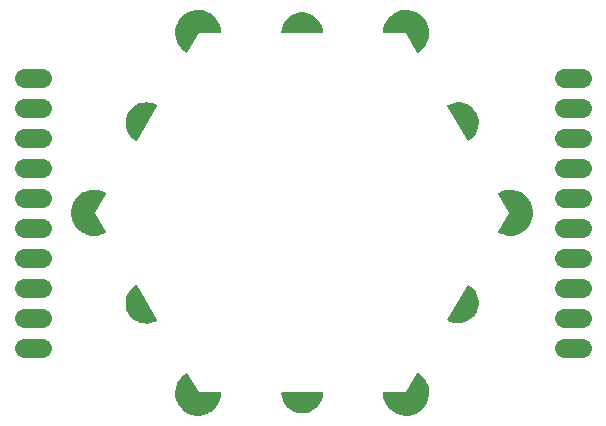
<source format=gbr>
G04 EAGLE Gerber RS-274X export*
G75*
%MOMM*%
%FSLAX34Y34*%
%LPD*%
%INSoldermask Top*%
%IPPOS*%
%AMOC8*
5,1,8,0,0,1.08239X$1,22.5*%
G01*
%ADD10C,1.101600*%
%ADD11C,1.625600*%

G36*
X171729Y208492D02*
X171729Y208492D01*
X171763Y208501D01*
X171812Y208504D01*
X174916Y209232D01*
X174948Y209247D01*
X174995Y209258D01*
X177935Y210493D01*
X177964Y210513D01*
X178009Y210532D01*
X180701Y212241D01*
X180726Y212265D01*
X180768Y212291D01*
X183137Y214425D01*
X183142Y214431D01*
X183145Y214434D01*
X183155Y214448D01*
X183158Y214453D01*
X183194Y214486D01*
X185175Y216984D01*
X185191Y217016D01*
X185221Y217054D01*
X186757Y219848D01*
X186768Y219882D01*
X186791Y219924D01*
X187840Y222936D01*
X187844Y222970D01*
X187861Y223017D01*
X188392Y226160D01*
X188391Y226196D01*
X188399Y226244D01*
X188399Y229432D01*
X188392Y229467D01*
X188392Y229516D01*
X187861Y232659D01*
X187848Y232692D01*
X187840Y232740D01*
X186791Y235752D01*
X186773Y235782D01*
X186757Y235828D01*
X185221Y238622D01*
X185198Y238649D01*
X185175Y238692D01*
X183194Y241190D01*
X183167Y241213D01*
X183137Y241251D01*
X180768Y243385D01*
X180737Y243403D01*
X180701Y243435D01*
X178009Y245144D01*
X177976Y245156D01*
X177935Y245183D01*
X174995Y246418D01*
X174961Y246425D01*
X174916Y246444D01*
X171812Y247172D01*
X171776Y247173D01*
X171729Y247184D01*
X168547Y247385D01*
X168512Y247380D01*
X168463Y247383D01*
X165292Y247050D01*
X165259Y247039D01*
X165210Y247034D01*
X162139Y246176D01*
X162108Y246161D01*
X162061Y246147D01*
X159175Y244790D01*
X159152Y244772D01*
X159125Y244762D01*
X159073Y244713D01*
X159016Y244671D01*
X159001Y244646D01*
X158980Y244626D01*
X158951Y244561D01*
X158916Y244499D01*
X158912Y244470D01*
X158900Y244444D01*
X158899Y244373D01*
X158890Y244302D01*
X158898Y244274D01*
X158898Y244245D01*
X158932Y244152D01*
X158944Y244111D01*
X158951Y244102D01*
X158955Y244089D01*
X168312Y227838D01*
X158955Y211587D01*
X158946Y211560D01*
X158929Y211536D01*
X158915Y211466D01*
X158892Y211398D01*
X158895Y211369D01*
X158889Y211341D01*
X158903Y211271D01*
X158908Y211200D01*
X158922Y211174D01*
X158927Y211146D01*
X158967Y211087D01*
X159000Y211024D01*
X159022Y211005D01*
X159039Y210981D01*
X159121Y210924D01*
X159153Y210897D01*
X159164Y210894D01*
X159175Y210886D01*
X162061Y209529D01*
X162095Y209520D01*
X162139Y209500D01*
X165210Y208642D01*
X165245Y208640D01*
X165292Y208626D01*
X168463Y208293D01*
X168498Y208296D01*
X168547Y208291D01*
X171729Y208492D01*
G37*
G36*
X-182736Y208296D02*
X-182736Y208296D01*
X-182687Y208293D01*
X-179516Y208626D01*
X-179483Y208637D01*
X-179434Y208642D01*
X-176363Y209500D01*
X-176332Y209515D01*
X-176285Y209529D01*
X-173399Y210886D01*
X-173376Y210904D01*
X-173349Y210914D01*
X-173297Y210963D01*
X-173240Y211005D01*
X-173225Y211030D01*
X-173204Y211050D01*
X-173175Y211115D01*
X-173140Y211177D01*
X-173136Y211206D01*
X-173124Y211232D01*
X-173123Y211303D01*
X-173114Y211374D01*
X-173122Y211402D01*
X-173122Y211431D01*
X-173156Y211524D01*
X-173168Y211565D01*
X-173175Y211574D01*
X-173179Y211587D01*
X-182536Y227838D01*
X-173179Y244089D01*
X-173170Y244117D01*
X-173153Y244141D01*
X-173139Y244210D01*
X-173116Y244278D01*
X-173119Y244307D01*
X-173113Y244335D01*
X-173127Y244405D01*
X-173132Y244476D01*
X-173146Y244502D01*
X-173151Y244530D01*
X-173191Y244589D01*
X-173224Y244652D01*
X-173246Y244671D01*
X-173263Y244695D01*
X-173345Y244752D01*
X-173377Y244779D01*
X-173388Y244782D01*
X-173399Y244790D01*
X-176285Y246147D01*
X-176319Y246156D01*
X-176363Y246176D01*
X-179434Y247034D01*
X-179469Y247036D01*
X-179516Y247050D01*
X-182687Y247383D01*
X-182722Y247380D01*
X-182771Y247385D01*
X-185953Y247184D01*
X-185987Y247175D01*
X-186036Y247172D01*
X-189140Y246444D01*
X-189172Y246430D01*
X-189219Y246418D01*
X-189753Y246194D01*
X-189754Y246194D01*
X-190941Y245695D01*
X-192129Y245195D01*
X-192159Y245183D01*
X-192188Y245163D01*
X-192233Y245144D01*
X-194925Y243435D01*
X-194950Y243411D01*
X-194992Y243385D01*
X-197361Y241251D01*
X-197382Y241223D01*
X-197418Y241190D01*
X-199399Y238692D01*
X-199415Y238660D01*
X-199445Y238622D01*
X-200981Y235828D01*
X-200992Y235794D01*
X-201015Y235752D01*
X-202064Y232740D01*
X-202068Y232706D01*
X-202085Y232659D01*
X-202616Y229516D01*
X-202615Y229481D01*
X-202623Y229432D01*
X-202623Y226244D01*
X-202616Y226209D01*
X-202616Y226160D01*
X-202085Y223017D01*
X-202072Y222984D01*
X-202064Y222936D01*
X-201015Y219924D01*
X-200997Y219894D01*
X-200981Y219848D01*
X-199445Y217054D01*
X-199422Y217027D01*
X-199399Y216984D01*
X-197418Y214486D01*
X-197391Y214463D01*
X-197361Y214425D01*
X-194992Y212291D01*
X-194961Y212273D01*
X-194925Y212241D01*
X-192233Y210532D01*
X-192200Y210520D01*
X-192159Y210493D01*
X-189219Y209258D01*
X-189185Y209251D01*
X-189140Y209232D01*
X-186036Y208504D01*
X-186000Y208503D01*
X-185953Y208492D01*
X-182771Y208291D01*
X-182736Y208296D01*
G37*
G36*
X-93931Y55956D02*
X-93931Y55956D01*
X-93882Y55955D01*
X-90733Y56416D01*
X-90700Y56428D01*
X-90652Y56435D01*
X-87625Y57414D01*
X-87594Y57432D01*
X-87547Y57447D01*
X-84726Y58918D01*
X-84699Y58940D01*
X-84655Y58962D01*
X-82118Y60883D01*
X-82095Y60909D01*
X-82056Y60939D01*
X-79875Y63256D01*
X-79857Y63286D01*
X-79823Y63321D01*
X-78059Y65969D01*
X-78046Y66002D01*
X-78019Y66043D01*
X-76721Y68948D01*
X-76714Y68982D01*
X-76694Y69027D01*
X-75899Y72108D01*
X-75897Y72143D01*
X-75885Y72190D01*
X-75615Y75361D01*
X-75618Y75390D01*
X-75613Y75420D01*
X-75629Y75488D01*
X-75637Y75558D01*
X-75652Y75584D01*
X-75659Y75613D01*
X-75701Y75670D01*
X-75736Y75731D01*
X-75759Y75749D01*
X-75777Y75773D01*
X-75837Y75809D01*
X-75894Y75852D01*
X-75922Y75859D01*
X-75948Y75875D01*
X-76044Y75891D01*
X-76086Y75902D01*
X-76098Y75900D01*
X-76112Y75902D01*
X-94823Y75902D01*
X-104179Y92152D01*
X-104199Y92174D01*
X-104211Y92201D01*
X-104251Y92237D01*
X-104273Y92266D01*
X-104287Y92274D01*
X-104311Y92301D01*
X-104337Y92314D01*
X-104359Y92334D01*
X-104426Y92356D01*
X-104444Y92367D01*
X-104451Y92368D01*
X-104490Y92387D01*
X-104520Y92389D01*
X-104547Y92398D01*
X-104604Y92394D01*
X-104608Y92395D01*
X-104623Y92395D01*
X-104629Y92394D01*
X-104689Y92396D01*
X-104717Y92386D01*
X-104746Y92384D01*
X-104799Y92359D01*
X-104818Y92355D01*
X-104839Y92341D01*
X-104875Y92327D01*
X-104884Y92319D01*
X-104896Y92313D01*
X-107511Y90500D01*
X-107536Y90475D01*
X-107576Y90447D01*
X-109852Y88224D01*
X-109872Y88195D01*
X-109907Y88161D01*
X-111780Y85588D01*
X-111795Y85557D01*
X-111823Y85517D01*
X-113242Y82669D01*
X-113251Y82635D01*
X-113273Y82591D01*
X-114196Y79546D01*
X-114199Y79511D01*
X-114213Y79464D01*
X-114616Y76308D01*
X-114613Y76273D01*
X-114620Y76224D01*
X-114490Y73045D01*
X-114482Y73011D01*
X-114480Y72962D01*
X-113822Y69849D01*
X-113808Y69817D01*
X-113798Y69769D01*
X-112630Y66809D01*
X-112611Y66780D01*
X-112593Y66734D01*
X-110948Y64010D01*
X-110924Y63985D01*
X-110899Y63943D01*
X-108823Y61532D01*
X-108795Y61510D01*
X-108763Y61473D01*
X-106314Y59442D01*
X-106283Y59425D01*
X-106245Y59394D01*
X-103491Y57800D01*
X-103458Y57789D01*
X-103416Y57764D01*
X-100435Y56651D01*
X-100400Y56646D01*
X-100354Y56629D01*
X-97229Y56029D01*
X-97194Y56029D01*
X-97146Y56020D01*
X-93965Y55950D01*
X-93931Y55956D01*
G37*
G36*
X82922Y56020D02*
X82922Y56020D01*
X82957Y56028D01*
X83005Y56029D01*
X86130Y56629D01*
X86163Y56642D01*
X86211Y56651D01*
X89192Y57764D01*
X89221Y57783D01*
X89267Y57800D01*
X92021Y59394D01*
X92047Y59417D01*
X92090Y59442D01*
X94539Y61473D01*
X94561Y61500D01*
X94599Y61532D01*
X96675Y63943D01*
X96692Y63973D01*
X96724Y64010D01*
X98369Y66734D01*
X98381Y66767D01*
X98406Y66809D01*
X98581Y67253D01*
X98778Y67752D01*
X99574Y69769D01*
X99580Y69803D01*
X99598Y69849D01*
X100256Y72962D01*
X100256Y72997D01*
X100266Y73045D01*
X100396Y76224D01*
X100390Y76259D01*
X100392Y76308D01*
X99989Y79464D01*
X99978Y79497D01*
X99972Y79546D01*
X99049Y82591D01*
X99036Y82614D01*
X99035Y82620D01*
X99031Y82625D01*
X99018Y82669D01*
X97599Y85517D01*
X97578Y85545D01*
X97556Y85588D01*
X95683Y88161D01*
X95657Y88184D01*
X95628Y88224D01*
X93352Y90447D01*
X93322Y90466D01*
X93287Y90500D01*
X90672Y92313D01*
X90645Y92325D01*
X90623Y92344D01*
X90582Y92356D01*
X90563Y92367D01*
X90537Y92371D01*
X90490Y92392D01*
X90460Y92392D01*
X90432Y92400D01*
X90362Y92392D01*
X90291Y92393D01*
X90264Y92381D01*
X90234Y92378D01*
X90197Y92357D01*
X90189Y92355D01*
X90170Y92342D01*
X90107Y92316D01*
X90087Y92295D01*
X90061Y92280D01*
X90037Y92251D01*
X90025Y92243D01*
X90007Y92215D01*
X89999Y92205D01*
X89969Y92174D01*
X89964Y92163D01*
X89955Y92152D01*
X80599Y75902D01*
X61888Y75902D01*
X61859Y75896D01*
X61829Y75899D01*
X61762Y75877D01*
X61693Y75863D01*
X61669Y75846D01*
X61640Y75837D01*
X61587Y75790D01*
X61529Y75750D01*
X61513Y75725D01*
X61491Y75705D01*
X61460Y75642D01*
X61422Y75583D01*
X61417Y75553D01*
X61404Y75526D01*
X61396Y75429D01*
X61389Y75386D01*
X61392Y75375D01*
X61391Y75361D01*
X61661Y72190D01*
X61671Y72157D01*
X61675Y72108D01*
X62470Y69027D01*
X62485Y68995D01*
X62497Y68948D01*
X63795Y66043D01*
X63815Y66014D01*
X63835Y65969D01*
X65599Y63321D01*
X65624Y63296D01*
X65651Y63256D01*
X67832Y60939D01*
X67861Y60919D01*
X67894Y60883D01*
X70431Y58962D01*
X70463Y58947D01*
X70502Y58918D01*
X73323Y57447D01*
X73357Y57437D01*
X73401Y57414D01*
X76428Y56435D01*
X76463Y56431D01*
X76509Y56416D01*
X79658Y55955D01*
X79693Y55957D01*
X79741Y55950D01*
X82922Y56020D01*
G37*
G36*
X-104586Y363284D02*
X-104586Y363284D01*
X-104515Y363283D01*
X-104488Y363295D01*
X-104458Y363298D01*
X-104397Y363333D01*
X-104331Y363360D01*
X-104311Y363381D01*
X-104285Y363396D01*
X-104223Y363471D01*
X-104193Y363502D01*
X-104188Y363513D01*
X-104179Y363524D01*
X-94823Y379774D01*
X-76112Y379774D01*
X-76083Y379780D01*
X-76053Y379777D01*
X-75986Y379799D01*
X-75917Y379813D01*
X-75893Y379830D01*
X-75864Y379840D01*
X-75811Y379886D01*
X-75753Y379926D01*
X-75737Y379951D01*
X-75715Y379971D01*
X-75684Y380034D01*
X-75646Y380093D01*
X-75641Y380123D01*
X-75628Y380150D01*
X-75620Y380247D01*
X-75613Y380290D01*
X-75616Y380301D01*
X-75615Y380315D01*
X-75885Y383486D01*
X-75895Y383520D01*
X-75899Y383568D01*
X-76694Y386649D01*
X-76709Y386681D01*
X-76721Y386728D01*
X-78019Y389633D01*
X-78039Y389662D01*
X-78059Y389707D01*
X-79823Y392355D01*
X-79848Y392380D01*
X-79875Y392420D01*
X-82056Y394737D01*
X-82085Y394757D01*
X-82118Y394793D01*
X-84655Y396714D01*
X-84687Y396729D01*
X-84726Y396758D01*
X-87547Y398229D01*
X-87581Y398239D01*
X-87625Y398262D01*
X-90652Y399241D01*
X-90687Y399245D01*
X-90733Y399260D01*
X-93882Y399721D01*
X-93917Y399719D01*
X-93965Y399726D01*
X-97146Y399656D01*
X-97181Y399648D01*
X-97229Y399647D01*
X-100354Y399047D01*
X-100387Y399034D01*
X-100435Y399025D01*
X-103416Y397912D01*
X-103445Y397893D01*
X-103491Y397876D01*
X-106245Y396282D01*
X-106271Y396259D01*
X-106314Y396234D01*
X-108763Y394203D01*
X-108785Y394176D01*
X-108823Y394144D01*
X-110899Y391733D01*
X-110916Y391703D01*
X-110948Y391666D01*
X-112593Y388942D01*
X-112605Y388909D01*
X-112630Y388867D01*
X-113798Y385907D01*
X-113804Y385873D01*
X-113822Y385827D01*
X-114480Y382714D01*
X-114480Y382679D01*
X-114490Y382631D01*
X-114620Y379452D01*
X-114614Y379417D01*
X-114616Y379368D01*
X-114213Y376212D01*
X-114202Y376179D01*
X-114196Y376130D01*
X-113273Y373085D01*
X-113259Y373060D01*
X-113256Y373049D01*
X-113253Y373044D01*
X-113242Y373007D01*
X-111823Y370159D01*
X-111802Y370131D01*
X-111780Y370088D01*
X-109907Y367516D01*
X-109881Y367492D01*
X-109852Y367452D01*
X-107576Y365229D01*
X-107546Y365210D01*
X-107511Y365176D01*
X-104896Y363363D01*
X-104869Y363351D01*
X-104847Y363332D01*
X-104779Y363312D01*
X-104714Y363284D01*
X-104684Y363284D01*
X-104656Y363276D01*
X-104586Y363284D01*
G37*
G36*
X90394Y363283D02*
X90394Y363283D01*
X90465Y363280D01*
X90493Y363290D01*
X90522Y363292D01*
X90611Y363334D01*
X90651Y363349D01*
X90660Y363357D01*
X90672Y363363D01*
X93287Y365176D01*
X93312Y365201D01*
X93352Y365229D01*
X95628Y367452D01*
X95648Y367481D01*
X95683Y367516D01*
X97556Y370088D01*
X97571Y370119D01*
X97599Y370159D01*
X99018Y373007D01*
X99027Y373041D01*
X99049Y373085D01*
X99972Y376130D01*
X99975Y376165D01*
X99989Y376212D01*
X100392Y379368D01*
X100389Y379403D01*
X100396Y379452D01*
X100266Y382631D01*
X100258Y382665D01*
X100256Y382714D01*
X99598Y385827D01*
X99584Y385859D01*
X99574Y385907D01*
X98406Y388867D01*
X98387Y388896D01*
X98369Y388942D01*
X96724Y391666D01*
X96700Y391691D01*
X96675Y391733D01*
X94599Y394144D01*
X94571Y394166D01*
X94539Y394203D01*
X92090Y396234D01*
X92059Y396251D01*
X92021Y396282D01*
X89267Y397876D01*
X89234Y397887D01*
X89192Y397912D01*
X86211Y399025D01*
X86176Y399030D01*
X86130Y399047D01*
X83005Y399647D01*
X82970Y399647D01*
X82922Y399656D01*
X79741Y399726D01*
X79707Y399720D01*
X79658Y399721D01*
X76509Y399260D01*
X76476Y399248D01*
X76428Y399241D01*
X73401Y398262D01*
X73370Y398244D01*
X73323Y398229D01*
X70502Y396758D01*
X70475Y396736D01*
X70431Y396714D01*
X67894Y394793D01*
X67871Y394767D01*
X67832Y394737D01*
X65651Y392420D01*
X65633Y392390D01*
X65599Y392355D01*
X63835Y389707D01*
X63822Y389674D01*
X63795Y389633D01*
X62497Y386728D01*
X62490Y386694D01*
X62470Y386649D01*
X61675Y383568D01*
X61673Y383533D01*
X61661Y383486D01*
X61391Y380315D01*
X61394Y380286D01*
X61389Y380256D01*
X61405Y380188D01*
X61413Y380118D01*
X61428Y380092D01*
X61435Y380063D01*
X61477Y380006D01*
X61512Y379945D01*
X61535Y379927D01*
X61553Y379903D01*
X61613Y379867D01*
X61670Y379824D01*
X61698Y379817D01*
X61724Y379801D01*
X61820Y379785D01*
X61862Y379774D01*
X61874Y379776D01*
X61888Y379774D01*
X80599Y379774D01*
X89955Y363524D01*
X89975Y363502D01*
X89987Y363475D01*
X90040Y363428D01*
X90087Y363375D01*
X90113Y363362D01*
X90135Y363342D01*
X90202Y363319D01*
X90266Y363289D01*
X90296Y363288D01*
X90323Y363278D01*
X90394Y363283D01*
G37*
G36*
X127268Y134361D02*
X127268Y134361D01*
X127301Y134370D01*
X127350Y134373D01*
X130093Y134990D01*
X130124Y135004D01*
X130171Y135015D01*
X132775Y136075D01*
X132804Y136094D01*
X132849Y136112D01*
X135243Y137586D01*
X135268Y137610D01*
X135309Y137635D01*
X137428Y139483D01*
X137449Y139511D01*
X137486Y139543D01*
X139271Y141714D01*
X139288Y141745D01*
X139318Y141782D01*
X140722Y144218D01*
X140733Y144251D01*
X140757Y144293D01*
X141741Y146927D01*
X141746Y146961D01*
X141763Y147006D01*
X142300Y149766D01*
X142300Y149801D01*
X142309Y149848D01*
X142384Y152659D01*
X142381Y152677D01*
X142384Y152692D01*
X142379Y152713D01*
X142380Y152741D01*
X141991Y155526D01*
X141980Y155558D01*
X141973Y155606D01*
X141132Y158289D01*
X141115Y158319D01*
X141101Y158365D01*
X139829Y160873D01*
X139807Y160900D01*
X139786Y160943D01*
X138119Y163207D01*
X138093Y163231D01*
X138065Y163269D01*
X136048Y165228D01*
X136019Y165247D01*
X135984Y165281D01*
X133672Y166881D01*
X133645Y166893D01*
X133623Y166911D01*
X133555Y166931D01*
X133489Y166959D01*
X133460Y166959D01*
X133432Y166968D01*
X133362Y166960D01*
X133291Y166960D01*
X133264Y166949D01*
X133235Y166946D01*
X133173Y166911D01*
X133107Y166883D01*
X133087Y166862D01*
X133061Y166848D01*
X132998Y166771D01*
X132968Y166741D01*
X132964Y166730D01*
X132955Y166720D01*
X115955Y137220D01*
X115946Y137192D01*
X115930Y137168D01*
X115915Y137099D01*
X115892Y137031D01*
X115895Y137002D01*
X115889Y136974D01*
X115902Y136904D01*
X115908Y136833D01*
X115922Y136807D01*
X115927Y136778D01*
X115967Y136720D01*
X116000Y136657D01*
X116022Y136638D01*
X116039Y136614D01*
X116121Y136557D01*
X116153Y136530D01*
X116164Y136527D01*
X116175Y136519D01*
X118719Y135321D01*
X118753Y135313D01*
X118796Y135292D01*
X121502Y134529D01*
X121537Y134527D01*
X121583Y134514D01*
X124378Y134206D01*
X124413Y134210D01*
X124461Y134204D01*
X127268Y134361D01*
G37*
G36*
X-138650Y134009D02*
X-138650Y134009D01*
X-138602Y134006D01*
X-135807Y134314D01*
X-135774Y134324D01*
X-135726Y134329D01*
X-133020Y135092D01*
X-132989Y135108D01*
X-132943Y135121D01*
X-130399Y136319D01*
X-130376Y136336D01*
X-130349Y136346D01*
X-130297Y136395D01*
X-130240Y136438D01*
X-130225Y136463D01*
X-130204Y136483D01*
X-130175Y136548D01*
X-130140Y136609D01*
X-130136Y136638D01*
X-130124Y136665D01*
X-130123Y136736D01*
X-130114Y136807D01*
X-130122Y136835D01*
X-130122Y136864D01*
X-130156Y136957D01*
X-130168Y136998D01*
X-130175Y137007D01*
X-130179Y137020D01*
X-147179Y166520D01*
X-147199Y166542D01*
X-147211Y166568D01*
X-147264Y166616D01*
X-147311Y166669D01*
X-147337Y166681D01*
X-147359Y166701D01*
X-147426Y166724D01*
X-147490Y166755D01*
X-147520Y166756D01*
X-147547Y166766D01*
X-147618Y166761D01*
X-147689Y166764D01*
X-147716Y166754D01*
X-147746Y166752D01*
X-147835Y166709D01*
X-147875Y166695D01*
X-147884Y166687D01*
X-147896Y166681D01*
X-150208Y165081D01*
X-150232Y165056D01*
X-150272Y165028D01*
X-152289Y163069D01*
X-152308Y163041D01*
X-152343Y163007D01*
X-154010Y160743D01*
X-154024Y160712D01*
X-154053Y160673D01*
X-155325Y158165D01*
X-155329Y158151D01*
X-155331Y158147D01*
X-155333Y158134D01*
X-155334Y158132D01*
X-155356Y158089D01*
X-156197Y155406D01*
X-156201Y155372D01*
X-156215Y155326D01*
X-156604Y152541D01*
X-156602Y152506D01*
X-156608Y152459D01*
X-156533Y149648D01*
X-156525Y149614D01*
X-156524Y149566D01*
X-155987Y146806D01*
X-155974Y146774D01*
X-155965Y146727D01*
X-154981Y144093D01*
X-154963Y144064D01*
X-154946Y144018D01*
X-153542Y141582D01*
X-153519Y141556D01*
X-153495Y141514D01*
X-151710Y139343D01*
X-151683Y139321D01*
X-151652Y139283D01*
X-149533Y137435D01*
X-149503Y137418D01*
X-149467Y137386D01*
X-147073Y135912D01*
X-147040Y135900D01*
X-146999Y135875D01*
X-144395Y134815D01*
X-144361Y134808D01*
X-144317Y134790D01*
X-141574Y134173D01*
X-141539Y134172D01*
X-141492Y134161D01*
X-138685Y134004D01*
X-138650Y134009D01*
G37*
G36*
X133394Y288715D02*
X133394Y288715D01*
X133465Y288712D01*
X133492Y288722D01*
X133522Y288724D01*
X133611Y288767D01*
X133651Y288781D01*
X133660Y288789D01*
X133672Y288795D01*
X135984Y290395D01*
X136008Y290420D01*
X136048Y290448D01*
X138065Y292407D01*
X138084Y292435D01*
X138119Y292469D01*
X139786Y294733D01*
X139800Y294764D01*
X139829Y294803D01*
X141101Y297311D01*
X141110Y297344D01*
X141132Y297387D01*
X141973Y300070D01*
X141977Y300104D01*
X141991Y300150D01*
X142380Y302935D01*
X142378Y302970D01*
X142384Y303017D01*
X142309Y305828D01*
X142301Y305862D01*
X142300Y305910D01*
X141763Y308670D01*
X141750Y308702D01*
X141741Y308749D01*
X140757Y311383D01*
X140739Y311413D01*
X140722Y311458D01*
X139318Y313894D01*
X139295Y313920D01*
X139271Y313962D01*
X137486Y316133D01*
X137459Y316155D01*
X137428Y316193D01*
X135309Y318041D01*
X135279Y318058D01*
X135243Y318090D01*
X132849Y319564D01*
X132816Y319576D01*
X132775Y319601D01*
X130171Y320661D01*
X130137Y320668D01*
X130093Y320686D01*
X127350Y321303D01*
X127315Y321304D01*
X127268Y321315D01*
X124461Y321472D01*
X124426Y321467D01*
X124378Y321470D01*
X121583Y321163D01*
X121550Y321152D01*
X121502Y321147D01*
X118796Y320384D01*
X118765Y320368D01*
X118719Y320355D01*
X116175Y319157D01*
X116152Y319140D01*
X116125Y319130D01*
X116073Y319081D01*
X116016Y319038D01*
X116001Y319013D01*
X115980Y318993D01*
X115951Y318928D01*
X115916Y318867D01*
X115912Y318838D01*
X115900Y318811D01*
X115899Y318740D01*
X115890Y318669D01*
X115898Y318641D01*
X115898Y318612D01*
X115932Y318519D01*
X115944Y318478D01*
X115951Y318469D01*
X115955Y318456D01*
X132955Y288956D01*
X132975Y288934D01*
X132987Y288908D01*
X133040Y288861D01*
X133087Y288807D01*
X133113Y288795D01*
X133135Y288775D01*
X133202Y288752D01*
X133266Y288721D01*
X133296Y288720D01*
X133323Y288710D01*
X133394Y288715D01*
G37*
G36*
X-147587Y288716D02*
X-147587Y288716D01*
X-147517Y288715D01*
X-147489Y288727D01*
X-147459Y288730D01*
X-147398Y288765D01*
X-147333Y288791D01*
X-147312Y288813D01*
X-147285Y288828D01*
X-147224Y288902D01*
X-147194Y288933D01*
X-147189Y288945D01*
X-147179Y288956D01*
X-130179Y318456D01*
X-130170Y318485D01*
X-130153Y318510D01*
X-130139Y318579D01*
X-130116Y318645D01*
X-130119Y318675D01*
X-130113Y318705D01*
X-130127Y318773D01*
X-130132Y318843D01*
X-130146Y318870D01*
X-130152Y318900D01*
X-130192Y318957D01*
X-130224Y319019D01*
X-130247Y319039D01*
X-130264Y319064D01*
X-130344Y319119D01*
X-130377Y319146D01*
X-130389Y319150D01*
X-130401Y319158D01*
X-133092Y320410D01*
X-133127Y320419D01*
X-133174Y320440D01*
X-136041Y321205D01*
X-136077Y321208D01*
X-136126Y321221D01*
X-139083Y321477D01*
X-139119Y321473D01*
X-139170Y321477D01*
X-142126Y321216D01*
X-142160Y321205D01*
X-142211Y321200D01*
X-145077Y320430D01*
X-145109Y320414D01*
X-145159Y320400D01*
X-147847Y319144D01*
X-147876Y319122D01*
X-147923Y319100D01*
X-150352Y317396D01*
X-150377Y317370D01*
X-150419Y317340D01*
X-152515Y315240D01*
X-152535Y315210D01*
X-152571Y315174D01*
X-154271Y312742D01*
X-154286Y312708D01*
X-154315Y312666D01*
X-155567Y309976D01*
X-155575Y309940D01*
X-155596Y309894D01*
X-156362Y307027D01*
X-156364Y306991D01*
X-156377Y306941D01*
X-156633Y303985D01*
X-156629Y303949D01*
X-156633Y303898D01*
X-156372Y300942D01*
X-156362Y300907D01*
X-156357Y300856D01*
X-155587Y297990D01*
X-155570Y297958D01*
X-155557Y297909D01*
X-154301Y295220D01*
X-154279Y295191D01*
X-154257Y295145D01*
X-152553Y292716D01*
X-152527Y292691D01*
X-152497Y292649D01*
X-150397Y290552D01*
X-150367Y290532D01*
X-150330Y290496D01*
X-147898Y288796D01*
X-147870Y288784D01*
X-147847Y288765D01*
X-147780Y288745D01*
X-147716Y288717D01*
X-147685Y288717D01*
X-147656Y288708D01*
X-147587Y288716D01*
G37*
G36*
X9917Y379780D02*
X9917Y379780D01*
X9946Y379777D01*
X10013Y379799D01*
X10083Y379813D01*
X10107Y379830D01*
X10135Y379839D01*
X10188Y379886D01*
X10247Y379926D01*
X10263Y379950D01*
X10285Y379970D01*
X10316Y380034D01*
X10354Y380093D01*
X10359Y380122D01*
X10371Y380148D01*
X10380Y380248D01*
X10387Y380290D01*
X10384Y380300D01*
X10386Y380314D01*
X10154Y383112D01*
X10144Y383146D01*
X10140Y383194D01*
X9451Y385915D01*
X9436Y385947D01*
X9424Y385993D01*
X8296Y388565D01*
X8276Y388593D01*
X8257Y388637D01*
X6721Y390988D01*
X6697Y391012D01*
X6671Y391053D01*
X4769Y393118D01*
X4741Y393139D01*
X4708Y393174D01*
X2493Y394899D01*
X2462Y394914D01*
X2424Y394944D01*
X-46Y396280D01*
X-79Y396290D01*
X-121Y396313D01*
X-2761Y397220D01*
X-2777Y397225D01*
X-2811Y397230D01*
X-2857Y397245D01*
X-5626Y397707D01*
X-5661Y397706D01*
X-5708Y397714D01*
X-8516Y397714D01*
X-8550Y397707D01*
X-8598Y397707D01*
X-11367Y397245D01*
X-11400Y397233D01*
X-11447Y397225D01*
X-14103Y396313D01*
X-14133Y396296D01*
X-14178Y396280D01*
X-16648Y394944D01*
X-16674Y394922D01*
X-16717Y394899D01*
X-18932Y393174D01*
X-18955Y393148D01*
X-18993Y393118D01*
X-20895Y391053D01*
X-20913Y391023D01*
X-20945Y390988D01*
X-22481Y388637D01*
X-22494Y388605D01*
X-22520Y388565D01*
X-23648Y385993D01*
X-23655Y385960D01*
X-23658Y385953D01*
X-23664Y385944D01*
X-23665Y385938D01*
X-23675Y385915D01*
X-24364Y383194D01*
X-24366Y383159D01*
X-24378Y383112D01*
X-24610Y380314D01*
X-24606Y380285D01*
X-24611Y380256D01*
X-24595Y380187D01*
X-24586Y380117D01*
X-24572Y380091D01*
X-24565Y380063D01*
X-24523Y380006D01*
X-24488Y379944D01*
X-24464Y379926D01*
X-24447Y379903D01*
X-24386Y379867D01*
X-24329Y379824D01*
X-24301Y379816D01*
X-24276Y379801D01*
X-24178Y379785D01*
X-24137Y379774D01*
X-24126Y379776D01*
X-24112Y379774D01*
X9888Y379774D01*
X9917Y379780D01*
G37*
G36*
X-5674Y57969D02*
X-5674Y57969D01*
X-5626Y57969D01*
X-2857Y58431D01*
X-2824Y58443D01*
X-2777Y58451D01*
X-121Y59363D01*
X-91Y59380D01*
X-46Y59396D01*
X2424Y60732D01*
X2450Y60754D01*
X2493Y60777D01*
X4708Y62502D01*
X4731Y62528D01*
X4769Y62558D01*
X6671Y64623D01*
X6689Y64653D01*
X6721Y64688D01*
X8257Y67039D01*
X8270Y67071D01*
X8296Y67111D01*
X9424Y69683D01*
X9431Y69716D01*
X9451Y69761D01*
X10140Y72482D01*
X10142Y72517D01*
X10154Y72564D01*
X10386Y75362D01*
X10382Y75391D01*
X10387Y75420D01*
X10371Y75489D01*
X10362Y75559D01*
X10348Y75585D01*
X10341Y75613D01*
X10299Y75670D01*
X10264Y75732D01*
X10240Y75750D01*
X10223Y75773D01*
X10162Y75809D01*
X10105Y75852D01*
X10077Y75860D01*
X10052Y75875D01*
X9954Y75891D01*
X9913Y75902D01*
X9902Y75900D01*
X9888Y75902D01*
X-24112Y75902D01*
X-24141Y75896D01*
X-24170Y75899D01*
X-24237Y75877D01*
X-24307Y75863D01*
X-24331Y75846D01*
X-24359Y75837D01*
X-24412Y75790D01*
X-24471Y75750D01*
X-24487Y75726D01*
X-24509Y75706D01*
X-24540Y75642D01*
X-24578Y75583D01*
X-24583Y75554D01*
X-24595Y75528D01*
X-24604Y75428D01*
X-24611Y75386D01*
X-24608Y75376D01*
X-24610Y75362D01*
X-24378Y72564D01*
X-24368Y72530D01*
X-24364Y72482D01*
X-23675Y69761D01*
X-23660Y69729D01*
X-23648Y69683D01*
X-22520Y67111D01*
X-22500Y67083D01*
X-22481Y67039D01*
X-20945Y64688D01*
X-20921Y64664D01*
X-20895Y64623D01*
X-18993Y62558D01*
X-18965Y62537D01*
X-18932Y62502D01*
X-16717Y60777D01*
X-16686Y60762D01*
X-16648Y60732D01*
X-14178Y59396D01*
X-14145Y59386D01*
X-14103Y59363D01*
X-13012Y58988D01*
X-11558Y58489D01*
X-11557Y58489D01*
X-11447Y58451D01*
X-11413Y58447D01*
X-11367Y58431D01*
X-8598Y57969D01*
X-8563Y57970D01*
X-8516Y57962D01*
X-5708Y57962D01*
X-5674Y57969D01*
G37*
D10*
X84888Y387173D03*
X176888Y227838D03*
X84888Y68503D03*
X-99112Y68503D03*
X-191112Y227838D03*
X-99112Y387173D03*
X130888Y307406D03*
X130888Y148271D03*
X-7112Y68503D03*
X-145112Y148071D03*
X-145112Y307406D03*
X-7112Y387173D03*
D11*
X214630Y113538D02*
X229870Y113538D01*
X229870Y138938D02*
X214630Y138938D01*
X214630Y164338D02*
X229870Y164338D01*
X229870Y189738D02*
X214630Y189738D01*
X214630Y215138D02*
X229870Y215138D01*
X229870Y240538D02*
X214630Y240538D01*
X214630Y265938D02*
X229870Y265938D01*
X229870Y291338D02*
X214630Y291338D01*
X214630Y316738D02*
X229870Y316738D01*
X229870Y342138D02*
X214630Y342138D01*
X-227330Y113538D02*
X-242570Y113538D01*
X-242570Y138938D02*
X-227330Y138938D01*
X-227330Y164338D02*
X-242570Y164338D01*
X-242570Y189738D02*
X-227330Y189738D01*
X-227330Y215138D02*
X-242570Y215138D01*
X-242570Y240538D02*
X-227330Y240538D01*
X-227330Y265938D02*
X-242570Y265938D01*
X-242570Y291338D02*
X-227330Y291338D01*
X-227330Y316738D02*
X-242570Y316738D01*
X-242570Y342138D02*
X-227330Y342138D01*
M02*

</source>
